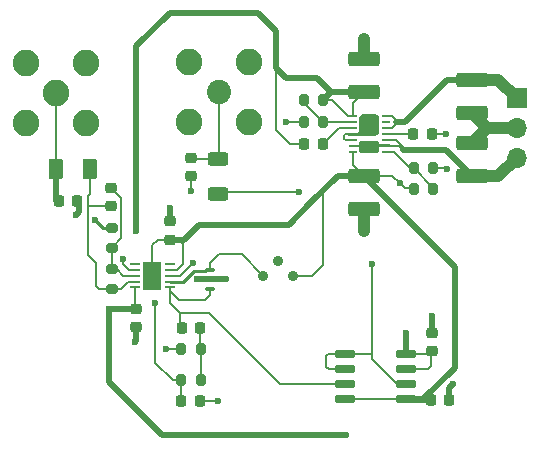
<source format=gbr>
G04 #@! TF.GenerationSoftware,KiCad,Pcbnew,(6.0.5)*
G04 #@! TF.CreationDate,2022-06-03T12:50:17+02:00*
G04 #@! TF.ProjectId,PDH_photodiode,5044485f-7068-46f7-946f-64696f64652e,1.3*
G04 #@! TF.SameCoordinates,Original*
G04 #@! TF.FileFunction,Copper,L1,Top*
G04 #@! TF.FilePolarity,Positive*
%FSLAX45Y45*%
G04 Gerber Fmt 4.5, Leading zero omitted, Abs format (unit mm)*
G04 Created by KiCad (PCBNEW (6.0.5)) date 2022-06-03 12:50:17*
%MOMM*%
%LPD*%
G01*
G04 APERTURE LIST*
G04 Aperture macros list*
%AMRoundRect*
0 Rectangle with rounded corners*
0 $1 Rounding radius*
0 $2 $3 $4 $5 $6 $7 $8 $9 X,Y pos of 4 corners*
0 Add a 4 corners polygon primitive as box body*
4,1,4,$2,$3,$4,$5,$6,$7,$8,$9,$2,$3,0*
0 Add four circle primitives for the rounded corners*
1,1,$1+$1,$2,$3*
1,1,$1+$1,$4,$5*
1,1,$1+$1,$6,$7*
1,1,$1+$1,$8,$9*
0 Add four rect primitives between the rounded corners*
20,1,$1+$1,$2,$3,$4,$5,0*
20,1,$1+$1,$4,$5,$6,$7,0*
20,1,$1+$1,$6,$7,$8,$9,0*
20,1,$1+$1,$8,$9,$2,$3,0*%
%AMFreePoly0*
4,1,38,0.670671,0.870970,0.751777,0.816777,0.805970,0.735671,0.825000,0.640000,0.825000,-0.640000,0.805970,-0.735671,0.751777,-0.816777,0.670671,-0.870970,0.575000,-0.890000,-0.780000,-0.890000,-0.880000,-0.915000,-1.750000,-0.915000,-1.750000,-0.665000,-1.075500,-0.665000,-1.075436,-0.664844,-1.075387,-0.664683,-1.075364,-0.664671,-1.075354,-0.664646,-1.075199,-0.664582,-1.075050,-0.664502,
-1.025101,-0.659508,-0.977199,-0.644539,-0.935281,-0.621584,-0.897355,-0.590644,-0.866421,-0.551727,-0.844465,-0.510809,-0.830492,-0.463901,-0.825497,-0.414950,-0.825420,-0.414807,-0.825354,-0.414646,-0.825329,-0.414636,-0.825316,-0.414612,-0.825157,-0.414565,-0.825000,-0.414500,-0.825000,0.640000,-0.575000,0.890000,0.575000,0.890000,0.670671,0.870970,0.670671,0.870970,$1*%
%AMFreePoly1*
4,1,25,0.670671,0.515970,0.751777,0.461777,0.805970,0.380671,0.825000,0.285000,0.825000,0.270000,1.750000,0.270000,1.750000,0.020000,0.825000,0.020000,0.825000,-0.285000,0.805970,-0.380671,0.751777,-0.461777,0.670671,-0.515970,0.575000,-0.535000,-0.575000,-0.535000,-0.670671,-0.515970,-0.751777,-0.461777,-0.805970,-0.380671,-0.825000,-0.285000,-0.825000,0.285000,-0.805970,0.380671,
-0.751777,0.461777,-0.670671,0.515970,-0.575000,0.535000,0.575000,0.535000,0.670671,0.515970,0.670671,0.515970,$1*%
G04 Aperture macros list end*
G04 #@! TA.AperFunction,SMDPad,CuDef*
%ADD10RoundRect,0.250000X1.075000X-0.375000X1.075000X0.375000X-1.075000X0.375000X-1.075000X-0.375000X0*%
G04 #@! TD*
G04 #@! TA.AperFunction,SMDPad,CuDef*
%ADD11RoundRect,0.218750X-0.218750X-0.256250X0.218750X-0.256250X0.218750X0.256250X-0.218750X0.256250X0*%
G04 #@! TD*
G04 #@! TA.AperFunction,SMDPad,CuDef*
%ADD12RoundRect,0.218750X-0.256250X0.218750X-0.256250X-0.218750X0.256250X-0.218750X0.256250X0.218750X0*%
G04 #@! TD*
G04 #@! TA.AperFunction,SMDPad,CuDef*
%ADD13RoundRect,0.218750X0.256250X-0.218750X0.256250X0.218750X-0.256250X0.218750X-0.256250X-0.218750X0*%
G04 #@! TD*
G04 #@! TA.AperFunction,SMDPad,CuDef*
%ADD14RoundRect,0.250000X-1.075000X0.375000X-1.075000X-0.375000X1.075000X-0.375000X1.075000X0.375000X0*%
G04 #@! TD*
G04 #@! TA.AperFunction,SMDPad,CuDef*
%ADD15R,0.700000X0.250000*%
G04 #@! TD*
G04 #@! TA.AperFunction,SMDPad,CuDef*
%ADD16FreePoly0,0.000000*%
G04 #@! TD*
G04 #@! TA.AperFunction,SMDPad,CuDef*
%ADD17FreePoly1,0.000000*%
G04 #@! TD*
G04 #@! TA.AperFunction,ComponentPad*
%ADD18R,1.700000X1.700000*%
G04 #@! TD*
G04 #@! TA.AperFunction,ComponentPad*
%ADD19O,1.700000X1.700000*%
G04 #@! TD*
G04 #@! TA.AperFunction,SMDPad,CuDef*
%ADD20RoundRect,0.250000X-0.375000X-0.625000X0.375000X-0.625000X0.375000X0.625000X-0.375000X0.625000X0*%
G04 #@! TD*
G04 #@! TA.AperFunction,SMDPad,CuDef*
%ADD21RoundRect,0.225000X-0.225000X-0.250000X0.225000X-0.250000X0.225000X0.250000X-0.225000X0.250000X0*%
G04 #@! TD*
G04 #@! TA.AperFunction,SMDPad,CuDef*
%ADD22RoundRect,0.225000X-0.250000X0.225000X-0.250000X-0.225000X0.250000X-0.225000X0.250000X0.225000X0*%
G04 #@! TD*
G04 #@! TA.AperFunction,SMDPad,CuDef*
%ADD23RoundRect,0.200000X-0.200000X-0.275000X0.200000X-0.275000X0.200000X0.275000X-0.200000X0.275000X0*%
G04 #@! TD*
G04 #@! TA.AperFunction,SMDPad,CuDef*
%ADD24RoundRect,0.200000X0.200000X0.275000X-0.200000X0.275000X-0.200000X-0.275000X0.200000X-0.275000X0*%
G04 #@! TD*
G04 #@! TA.AperFunction,SMDPad,CuDef*
%ADD25RoundRect,0.200000X-0.275000X0.200000X-0.275000X-0.200000X0.275000X-0.200000X0.275000X0.200000X0*%
G04 #@! TD*
G04 #@! TA.AperFunction,SMDPad,CuDef*
%ADD26RoundRect,0.249998X-0.625002X0.312502X-0.625002X-0.312502X0.625002X-0.312502X0.625002X0.312502X0*%
G04 #@! TD*
G04 #@! TA.AperFunction,SMDPad,CuDef*
%ADD27RoundRect,0.062500X0.362500X0.062500X-0.362500X0.062500X-0.362500X-0.062500X0.362500X-0.062500X0*%
G04 #@! TD*
G04 #@! TA.AperFunction,SMDPad,CuDef*
%ADD28R,1.650000X2.380000*%
G04 #@! TD*
G04 #@! TA.AperFunction,SMDPad,CuDef*
%ADD29RoundRect,0.225000X0.225000X0.250000X-0.225000X0.250000X-0.225000X-0.250000X0.225000X-0.250000X0*%
G04 #@! TD*
G04 #@! TA.AperFunction,SMDPad,CuDef*
%ADD30RoundRect,0.100000X0.300000X-0.100000X0.300000X0.100000X-0.300000X0.100000X-0.300000X-0.100000X0*%
G04 #@! TD*
G04 #@! TA.AperFunction,ComponentPad*
%ADD31C,2.050000*%
G04 #@! TD*
G04 #@! TA.AperFunction,ComponentPad*
%ADD32C,2.250000*%
G04 #@! TD*
G04 #@! TA.AperFunction,SMDPad,CuDef*
%ADD33RoundRect,0.150000X-0.725000X-0.150000X0.725000X-0.150000X0.725000X0.150000X-0.725000X0.150000X0*%
G04 #@! TD*
G04 #@! TA.AperFunction,SMDPad,CuDef*
%ADD34RoundRect,0.225000X0.250000X-0.225000X0.250000X0.225000X-0.250000X0.225000X-0.250000X-0.225000X0*%
G04 #@! TD*
G04 #@! TA.AperFunction,ComponentPad*
%ADD35C,0.900000*%
G04 #@! TD*
G04 #@! TA.AperFunction,ViaPad*
%ADD36C,0.600000*%
G04 #@! TD*
G04 #@! TA.AperFunction,Conductor*
%ADD37C,0.500000*%
G04 #@! TD*
G04 #@! TA.AperFunction,Conductor*
%ADD38C,1.000000*%
G04 #@! TD*
G04 #@! TA.AperFunction,Conductor*
%ADD39C,0.200000*%
G04 #@! TD*
G04 #@! TA.AperFunction,Conductor*
%ADD40C,0.250000*%
G04 #@! TD*
G04 APERTURE END LIST*
D10*
X13830000Y-6370000D03*
X13830000Y-6090000D03*
X13830000Y-7360000D03*
X13830000Y-7080000D03*
D11*
X12286250Y-8988400D03*
X12443750Y-8988400D03*
D12*
X12185000Y-7466250D03*
X12185000Y-7623750D03*
D13*
X11900000Y-8363750D03*
X11900000Y-8206250D03*
D14*
X14745000Y-6265000D03*
X14745000Y-6545000D03*
X14745000Y-6805000D03*
X14745000Y-7085000D03*
D15*
X13735000Y-6575000D03*
X13735000Y-6625000D03*
X13735000Y-6675000D03*
D16*
X13875000Y-6646000D03*
D15*
X13735000Y-6775000D03*
X13735000Y-6825000D03*
X13735000Y-6875000D03*
X14015000Y-6875000D03*
D17*
X13875000Y-6839500D03*
D15*
X14015000Y-6775000D03*
X14015000Y-6725000D03*
X14015000Y-6675000D03*
X14015000Y-6625000D03*
X14015000Y-6575000D03*
D11*
X14246250Y-6725000D03*
X14403750Y-6725000D03*
D18*
X15125000Y-6421000D03*
D19*
X15125000Y-6675000D03*
X15125000Y-6929000D03*
D20*
X11227500Y-7020000D03*
X11507500Y-7020000D03*
D21*
X11245000Y-7290000D03*
X11400000Y-7290000D03*
D22*
X12365000Y-6930000D03*
X12365000Y-7085000D03*
D23*
X12282500Y-8545000D03*
X12447500Y-8545000D03*
D24*
X13487500Y-6435000D03*
X13322500Y-6435000D03*
X14417500Y-7015000D03*
X14252500Y-7015000D03*
X14417500Y-7195000D03*
X14252500Y-7195000D03*
X12447500Y-8810600D03*
X12282500Y-8810600D03*
D25*
X11695000Y-7522500D03*
X11695000Y-7687500D03*
X11695000Y-7872500D03*
X11695000Y-8037500D03*
D26*
X12595000Y-6938750D03*
X12595000Y-7231250D03*
D27*
X12185000Y-8025000D03*
X12185000Y-7975000D03*
X12185000Y-7925000D03*
X12185000Y-7875000D03*
X12185000Y-7825000D03*
X11895000Y-7825000D03*
X11895000Y-7875000D03*
X11895000Y-7925000D03*
X11895000Y-7975000D03*
X11895000Y-8025000D03*
D28*
X12040000Y-7925000D03*
D11*
X13326250Y-6815000D03*
X13483750Y-6815000D03*
D24*
X13487500Y-6625000D03*
X13322500Y-6625000D03*
D29*
X12442500Y-8365000D03*
X12287500Y-8365000D03*
D30*
X12530000Y-8035000D03*
X12530000Y-7875000D03*
D31*
X12607500Y-6372500D03*
D32*
X12861500Y-6118500D03*
X12861500Y-6626500D03*
X12353500Y-6626500D03*
X12353500Y-6118500D03*
X11225000Y-6375000D03*
X11479000Y-6629000D03*
X11479000Y-6121000D03*
X10971000Y-6121000D03*
X10971000Y-6629000D03*
D22*
X14405000Y-8412500D03*
X14405000Y-8567500D03*
D29*
X14552500Y-8975000D03*
X14397500Y-8975000D03*
D33*
X13672500Y-8589500D03*
X13672500Y-8716500D03*
X13672500Y-8843500D03*
X13672500Y-8970500D03*
X14187500Y-8970500D03*
X14187500Y-8843500D03*
X14187500Y-8716500D03*
X14187500Y-8589500D03*
D34*
X11692200Y-7338700D03*
X11692200Y-7183700D03*
D35*
X12979000Y-7925000D03*
X13106000Y-7798000D03*
X13233000Y-7925000D03*
D36*
X12155000Y-8545000D03*
X13835000Y-5925000D03*
X11552500Y-7451700D03*
X13830000Y-7545000D03*
X13875000Y-6645000D03*
X14405000Y-8265000D03*
X12185000Y-7355000D03*
X12593900Y-8988400D03*
X13175000Y-6625000D03*
X12660000Y-7955000D03*
X14535000Y-7025000D03*
X12380000Y-7820000D03*
X12365000Y-7205000D03*
X14585000Y-8840000D03*
X12415000Y-7955000D03*
X11392500Y-7410000D03*
X11895000Y-8485000D03*
X11675000Y-8205000D03*
X13680000Y-9272500D03*
X11905000Y-7545000D03*
X14185000Y-8415000D03*
X14525000Y-6725000D03*
X14135000Y-7145000D03*
X13280000Y-7220000D03*
X13900000Y-7825000D03*
X11795000Y-7785000D03*
X12065000Y-8155000D03*
D37*
X14535000Y-6265000D02*
X14745000Y-6265000D01*
D38*
X14969000Y-6265000D02*
X15125000Y-6421000D01*
D39*
X14105000Y-6640000D02*
X14105000Y-6610000D01*
X14070000Y-6575000D02*
X14015000Y-6575000D01*
D37*
X14175000Y-6625000D02*
X14535000Y-6265000D01*
D39*
X14070000Y-6675000D02*
X14105000Y-6640000D01*
D38*
X14745000Y-6265000D02*
X14969000Y-6265000D01*
D37*
X14105000Y-6625000D02*
X14175000Y-6625000D01*
D39*
X14015000Y-6675000D02*
X14070000Y-6675000D01*
X14105000Y-6610000D02*
X14070000Y-6575000D01*
D37*
X11416250Y-7386250D02*
X11392500Y-7410000D01*
D39*
X13665000Y-6765000D02*
X13670000Y-6770000D01*
D40*
X11623300Y-7522500D02*
X11552500Y-7451700D01*
D39*
X12275000Y-7925000D02*
X12380000Y-7820000D01*
D40*
X11695000Y-7522500D02*
X11623300Y-7522500D01*
D39*
X12443750Y-8988400D02*
X12593900Y-8988400D01*
D37*
X11900000Y-8363750D02*
X11900000Y-8480000D01*
D39*
X12282500Y-8545000D02*
X12165000Y-8545000D01*
D37*
X14552500Y-8872500D02*
X14585000Y-8840000D01*
X11900000Y-8480000D02*
X11895000Y-8485000D01*
X12660000Y-7955000D02*
X12415000Y-7955000D01*
X14552500Y-8975000D02*
X14552500Y-8872500D01*
X14405000Y-8412500D02*
X14405000Y-8265000D01*
X12185000Y-7466250D02*
X12185000Y-7355000D01*
D39*
X14525000Y-7015000D02*
X14535000Y-7025000D01*
X12365000Y-7085000D02*
X12365000Y-7205000D01*
X13735000Y-6775000D02*
X13675000Y-6775000D01*
X12165000Y-8545000D02*
X12155000Y-8545000D01*
D38*
X13830000Y-7360000D02*
X13830000Y-7545000D01*
D39*
X13677751Y-6722249D02*
X13665000Y-6735000D01*
D38*
X13830000Y-6090000D02*
X13830000Y-5925000D01*
X14745000Y-6805000D02*
X14875000Y-6675000D01*
D37*
X11416250Y-7290000D02*
X11416250Y-7386250D01*
D39*
X13665000Y-6735000D02*
X13665000Y-6765000D01*
X13875000Y-6646000D02*
X13875000Y-6645000D01*
D38*
X14875000Y-6675000D02*
X15125000Y-6675000D01*
D39*
X12185000Y-7925000D02*
X12275000Y-7925000D01*
X14417500Y-7015000D02*
X14525000Y-7015000D01*
X13798751Y-6722249D02*
X13875000Y-6646000D01*
X13322500Y-6625000D02*
X13175000Y-6625000D01*
D38*
X14745000Y-6545000D02*
X14875000Y-6675000D01*
D39*
X13677751Y-6722249D02*
X13798751Y-6722249D01*
X13623750Y-6675000D02*
X13483750Y-6815000D01*
X13735000Y-6675000D02*
X13623750Y-6675000D01*
D37*
X14187500Y-8589500D02*
X14187500Y-8417500D01*
D39*
X13735000Y-6575000D02*
X13735000Y-6465000D01*
D37*
X13830000Y-6370000D02*
X13552500Y-6370000D01*
D39*
X11895000Y-8201250D02*
X11900000Y-8206250D01*
D37*
X14187500Y-8417500D02*
X14185000Y-8415000D01*
D39*
X13700000Y-6575000D02*
X13560000Y-6435000D01*
D37*
X13437500Y-6255000D02*
X13265000Y-6255000D01*
D39*
X13735000Y-6575000D02*
X13700000Y-6575000D01*
D37*
X13680000Y-9272500D02*
X12122500Y-9272500D01*
X13265000Y-6255000D02*
X13185000Y-6255000D01*
D39*
X14393000Y-8589500D02*
X14402500Y-8580000D01*
D37*
X11900000Y-8206250D02*
X11676250Y-8206250D01*
X13085000Y-6165000D02*
X13085000Y-5855000D01*
X13085000Y-5855000D02*
X12935000Y-5705000D01*
D39*
X14373500Y-8716500D02*
X14402500Y-8687500D01*
X11895000Y-8025000D02*
X11895000Y-8201250D01*
X13326250Y-6815000D02*
X13205000Y-6815000D01*
X14187500Y-8589500D02*
X14393000Y-8589500D01*
X13735000Y-6465000D02*
X13830000Y-6370000D01*
D37*
X12935000Y-5705000D02*
X12185000Y-5705000D01*
X11675000Y-8825000D02*
X11675000Y-8205000D01*
D39*
X13560000Y-6435000D02*
X13487500Y-6435000D01*
D37*
X11905000Y-5985000D02*
X11905000Y-7545000D01*
X12185000Y-5705000D02*
X11905000Y-5985000D01*
X13265000Y-6255000D02*
X13175000Y-6255000D01*
X12122500Y-9272500D02*
X11675000Y-8825000D01*
D39*
X14187500Y-8716500D02*
X14373500Y-8716500D01*
D37*
X13552500Y-6370000D02*
X13437500Y-6255000D01*
X11676250Y-8206250D02*
X11675000Y-8205000D01*
D39*
X13205000Y-6815000D02*
X13085000Y-6695000D01*
D37*
X13175000Y-6255000D02*
X13085000Y-6165000D01*
X13552500Y-6370000D02*
X13487500Y-6435000D01*
D39*
X14402500Y-8687500D02*
X14402500Y-8580000D01*
X13085000Y-6695000D02*
X13085000Y-6165000D01*
X13233000Y-7925000D02*
X13395000Y-7925000D01*
D37*
X13610000Y-7080000D02*
X13385000Y-7305000D01*
X14397500Y-8975000D02*
X14192000Y-8975000D01*
D39*
X14070000Y-7080000D02*
X14135000Y-7145000D01*
X14242500Y-7185000D02*
X14252500Y-7195000D01*
X12295000Y-7825000D02*
X12295000Y-7685000D01*
D37*
X14334500Y-8970500D02*
X14600000Y-8705000D01*
D39*
X13735000Y-6985000D02*
X13830000Y-7080000D01*
X13735000Y-6875000D02*
X13735000Y-6985000D01*
X14403750Y-6725000D02*
X14525000Y-6725000D01*
X12086250Y-7623750D02*
X12185000Y-7623750D01*
X12040000Y-7925000D02*
X12040000Y-7670000D01*
D37*
X14600000Y-8705000D02*
X14600000Y-7850000D01*
D39*
X13672500Y-8970500D02*
X14187500Y-8970500D01*
D37*
X12185000Y-7623750D02*
X12306250Y-7623750D01*
X13830000Y-7080000D02*
X14600000Y-7850000D01*
D39*
X12040000Y-7670000D02*
X12086250Y-7623750D01*
D37*
X14187500Y-8970500D02*
X14334500Y-8970500D01*
X12306250Y-7623750D02*
X12435000Y-7495000D01*
D39*
X13830000Y-7080000D02*
X14070000Y-7080000D01*
D37*
X12435000Y-7495000D02*
X13195000Y-7495000D01*
D39*
X13485000Y-7835000D02*
X13485000Y-7205000D01*
D37*
X14192000Y-8975000D02*
X14187500Y-8970500D01*
D39*
X12185000Y-7623750D02*
X12263750Y-7623750D01*
D37*
X13830000Y-7080000D02*
X13610000Y-7080000D01*
D39*
X12185000Y-7875000D02*
X12245000Y-7875000D01*
X12245000Y-7875000D02*
X12295000Y-7825000D01*
X12295000Y-7655000D02*
X12295000Y-7685000D01*
X14135000Y-7145000D02*
X14175000Y-7185000D01*
D37*
X13195000Y-7495000D02*
X13385000Y-7305000D01*
D39*
X13395000Y-7925000D02*
X13485000Y-7835000D01*
X12263750Y-7623750D02*
X12295000Y-7655000D01*
X14175000Y-7185000D02*
X14242500Y-7185000D01*
X14015000Y-6725000D02*
X14246250Y-6725000D01*
D37*
X11222500Y-7290000D02*
X11222500Y-7020000D01*
D39*
X11227500Y-6377500D02*
X11225000Y-6375000D01*
X11227500Y-7020000D02*
X11227500Y-6377500D01*
X14100000Y-6775000D02*
X14015000Y-6775000D01*
X14130000Y-6830000D02*
X13884500Y-6830000D01*
X14165000Y-6840000D02*
X14100000Y-6775000D01*
X13884500Y-6830000D02*
X13875000Y-6839500D01*
D38*
X14969000Y-7085000D02*
X15125000Y-6929000D01*
D39*
X13860500Y-6825000D02*
X13875000Y-6839500D01*
D37*
X14525000Y-6865000D02*
X14165000Y-6865000D01*
D38*
X14745000Y-7085000D02*
X14969000Y-7085000D01*
D39*
X13735000Y-6825000D02*
X13860500Y-6825000D01*
D37*
X14745000Y-7085000D02*
X14525000Y-6865000D01*
D39*
X14165000Y-6865000D02*
X14130000Y-6830000D01*
X14165000Y-6865000D02*
X14165000Y-6840000D01*
X12273002Y-8329999D02*
X12262751Y-8340251D01*
X13118500Y-8843500D02*
X13672500Y-8843500D01*
X12265000Y-8135000D02*
X12185000Y-8055000D01*
X12185000Y-8025000D02*
X12185000Y-8155000D01*
X12185000Y-8055000D02*
X12185000Y-8025000D01*
X12518002Y-8243002D02*
X13118500Y-8843500D01*
X12530000Y-8035000D02*
X12530000Y-8087500D01*
X12530000Y-8087500D02*
X12482500Y-8135000D01*
X12482500Y-8135000D02*
X12265000Y-8135000D01*
X12273002Y-8243002D02*
X12273002Y-8329999D01*
X12273002Y-8243002D02*
X12518002Y-8243002D01*
X12185000Y-8155000D02*
X12273002Y-8243002D01*
X12607500Y-6926250D02*
X12595000Y-6938750D01*
X12607500Y-6372500D02*
X12607500Y-6926250D01*
X12595000Y-6938750D02*
X12373750Y-6938750D01*
X12373750Y-6938750D02*
X12365000Y-6930000D01*
X12530000Y-7815000D02*
X12530000Y-7875000D01*
D40*
X12299200Y-7975000D02*
X12390700Y-7883500D01*
D39*
X12600000Y-7745000D02*
X12530000Y-7815000D01*
D40*
X12185000Y-7975000D02*
X12299200Y-7975000D01*
X12390700Y-7883500D02*
X12492300Y-7883500D01*
D39*
X12799000Y-7745000D02*
X12600000Y-7745000D01*
X12979000Y-7925000D02*
X12799000Y-7745000D01*
X13322500Y-6435000D02*
X13322500Y-6460000D01*
X13735000Y-6625000D02*
X13487500Y-6625000D01*
X13322500Y-6460000D02*
X13487500Y-6625000D01*
X14225000Y-7015000D02*
X14252500Y-7015000D01*
X14015000Y-6875000D02*
X14085000Y-6875000D01*
X14085000Y-6875000D02*
X14225000Y-7015000D01*
X14417500Y-7180000D02*
X14252500Y-7015000D01*
X14417500Y-7195000D02*
X14417500Y-7180000D01*
X11695000Y-7872500D02*
X11695000Y-7687500D01*
X11772452Y-7610048D02*
X11772452Y-7263952D01*
X11795000Y-7925000D02*
X11742500Y-7872500D01*
X11895000Y-7925000D02*
X11795000Y-7925000D01*
X11695000Y-7687500D02*
X11772452Y-7610048D01*
X11742500Y-7872500D02*
X11695000Y-7872500D01*
X11772452Y-7263952D02*
X11692200Y-7183700D01*
X11565200Y-7820000D02*
X11565200Y-8014800D01*
X11835000Y-7975000D02*
X11772500Y-8037500D01*
X11492549Y-7340949D02*
X11492549Y-7747349D01*
X11565200Y-8014800D02*
X11565000Y-8015000D01*
X11587500Y-8037500D02*
X11695000Y-8037500D01*
X11507500Y-7020000D02*
X11507500Y-7237500D01*
X11692200Y-7338700D02*
X11494798Y-7338700D01*
X11507500Y-7237500D02*
X11492549Y-7252451D01*
X11492549Y-7747349D02*
X11565200Y-7820000D01*
X11772500Y-8037500D02*
X11695000Y-8037500D01*
X11895000Y-7975000D02*
X11835000Y-7975000D01*
X11494798Y-7338700D02*
X11492549Y-7340949D01*
X11565000Y-8015000D02*
X11587500Y-8037500D01*
X11492549Y-7252451D02*
X11492549Y-7340949D01*
X13900000Y-8630000D02*
X13900000Y-8600000D01*
X12606250Y-7220000D02*
X12595000Y-7231250D01*
X13531500Y-8716500D02*
X13510000Y-8695000D01*
X14187500Y-8843500D02*
X14113500Y-8843500D01*
X13510000Y-8695000D02*
X13510000Y-8605000D01*
X14113500Y-8843500D02*
X13900000Y-8630000D01*
X13672500Y-8716500D02*
X13531500Y-8716500D01*
X13525500Y-8589500D02*
X13672500Y-8589500D01*
X13900000Y-8600000D02*
X13900000Y-7825000D01*
X13510000Y-8605000D02*
X13525500Y-8589500D01*
X13889500Y-8589500D02*
X13900000Y-8600000D01*
X13672500Y-8589500D02*
X13889500Y-8589500D01*
X13280000Y-7220000D02*
X12606250Y-7220000D01*
X12442500Y-8365000D02*
X12442500Y-8540000D01*
X12442500Y-8540000D02*
X12447500Y-8545000D01*
X12447500Y-8545000D02*
X12447500Y-8810600D01*
X12065000Y-8665000D02*
X12065000Y-8155000D01*
X11895000Y-7875000D02*
X11845000Y-7875000D01*
X12210600Y-8810600D02*
X12282500Y-8810600D01*
X12282500Y-8984650D02*
X12286250Y-8988400D01*
X11845000Y-7875000D02*
X11795000Y-7825000D01*
X11795000Y-7825000D02*
X11795000Y-7785000D01*
X12065000Y-8665000D02*
X12210600Y-8810600D01*
X12282500Y-8810600D02*
X12282500Y-8984650D01*
M02*

</source>
